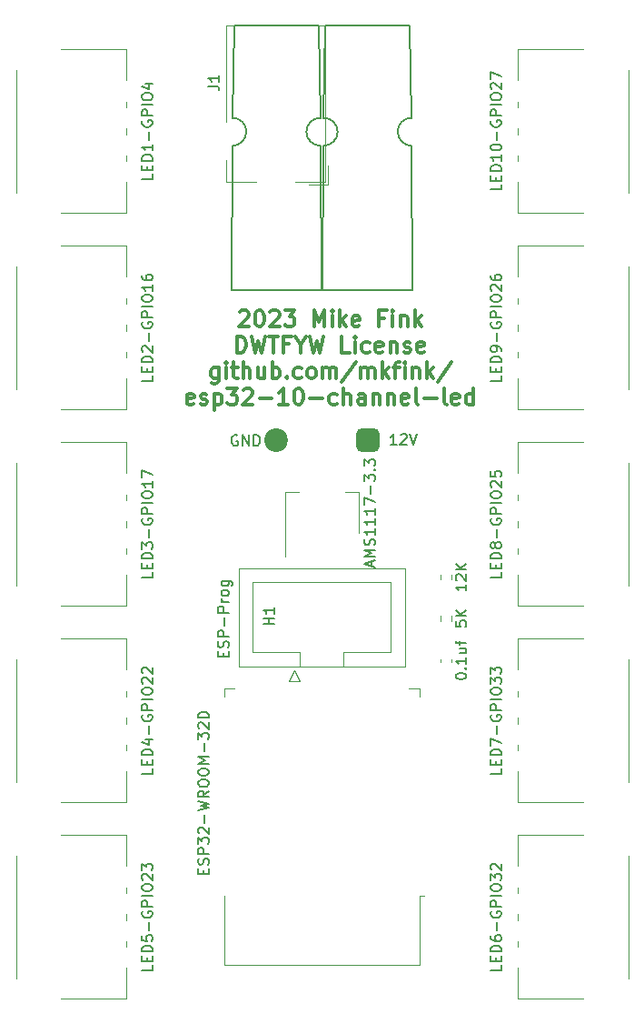
<source format=gbr>
%TF.GenerationSoftware,KiCad,Pcbnew,(6.0.6)*%
%TF.CreationDate,2023-01-23T13:41:07-05:00*%
%TF.ProjectId,esp32-wled,65737033-322d-4776-9c65-642e6b696361,rev?*%
%TF.SameCoordinates,Original*%
%TF.FileFunction,Legend,Top*%
%TF.FilePolarity,Positive*%
%FSLAX46Y46*%
G04 Gerber Fmt 4.6, Leading zero omitted, Abs format (unit mm)*
G04 Created by KiCad (PCBNEW (6.0.6)) date 2023-01-23 13:41:07*
%MOMM*%
%LPD*%
G01*
G04 APERTURE LIST*
G04 Aperture macros list*
%AMRoundRect*
0 Rectangle with rounded corners*
0 $1 Rounding radius*
0 $2 $3 $4 $5 $6 $7 $8 $9 X,Y pos of 4 corners*
0 Add a 4 corners polygon primitive as box body*
4,1,4,$2,$3,$4,$5,$6,$7,$8,$9,$2,$3,0*
0 Add four circle primitives for the rounded corners*
1,1,$1+$1,$2,$3*
1,1,$1+$1,$4,$5*
1,1,$1+$1,$6,$7*
1,1,$1+$1,$8,$9*
0 Add four rect primitives between the rounded corners*
20,1,$1+$1,$2,$3,$4,$5,0*
20,1,$1+$1,$4,$5,$6,$7,0*
20,1,$1+$1,$6,$7,$8,$9,0*
20,1,$1+$1,$8,$9,$2,$3,0*%
G04 Aperture macros list end*
%ADD10C,0.300000*%
%ADD11C,0.150000*%
%ADD12C,0.120000*%
%ADD13RoundRect,0.550000X0.550000X0.550000X-0.550000X0.550000X-0.550000X-0.550000X0.550000X-0.550000X0*%
%ADD14C,2.200000*%
G04 APERTURE END LIST*
D10*
X125368314Y-78041928D02*
X125439742Y-77970500D01*
X125582600Y-77899071D01*
X125939742Y-77899071D01*
X126082600Y-77970500D01*
X126154028Y-78041928D01*
X126225457Y-78184785D01*
X126225457Y-78327642D01*
X126154028Y-78541928D01*
X125296885Y-79399071D01*
X126225457Y-79399071D01*
X127154028Y-77899071D02*
X127296885Y-77899071D01*
X127439742Y-77970500D01*
X127511171Y-78041928D01*
X127582600Y-78184785D01*
X127654028Y-78470500D01*
X127654028Y-78827642D01*
X127582600Y-79113357D01*
X127511171Y-79256214D01*
X127439742Y-79327642D01*
X127296885Y-79399071D01*
X127154028Y-79399071D01*
X127011171Y-79327642D01*
X126939742Y-79256214D01*
X126868314Y-79113357D01*
X126796885Y-78827642D01*
X126796885Y-78470500D01*
X126868314Y-78184785D01*
X126939742Y-78041928D01*
X127011171Y-77970500D01*
X127154028Y-77899071D01*
X128225457Y-78041928D02*
X128296885Y-77970500D01*
X128439742Y-77899071D01*
X128796885Y-77899071D01*
X128939742Y-77970500D01*
X129011171Y-78041928D01*
X129082600Y-78184785D01*
X129082600Y-78327642D01*
X129011171Y-78541928D01*
X128154028Y-79399071D01*
X129082600Y-79399071D01*
X129582600Y-77899071D02*
X130511171Y-77899071D01*
X130011171Y-78470500D01*
X130225457Y-78470500D01*
X130368314Y-78541928D01*
X130439742Y-78613357D01*
X130511171Y-78756214D01*
X130511171Y-79113357D01*
X130439742Y-79256214D01*
X130368314Y-79327642D01*
X130225457Y-79399071D01*
X129796885Y-79399071D01*
X129654028Y-79327642D01*
X129582600Y-79256214D01*
X132296885Y-79399071D02*
X132296885Y-77899071D01*
X132796885Y-78970500D01*
X133296885Y-77899071D01*
X133296885Y-79399071D01*
X134011171Y-79399071D02*
X134011171Y-78399071D01*
X134011171Y-77899071D02*
X133939742Y-77970500D01*
X134011171Y-78041928D01*
X134082600Y-77970500D01*
X134011171Y-77899071D01*
X134011171Y-78041928D01*
X134725457Y-79399071D02*
X134725457Y-77899071D01*
X134868314Y-78827642D02*
X135296885Y-79399071D01*
X135296885Y-78399071D02*
X134725457Y-78970500D01*
X136511171Y-79327642D02*
X136368314Y-79399071D01*
X136082600Y-79399071D01*
X135939742Y-79327642D01*
X135868314Y-79184785D01*
X135868314Y-78613357D01*
X135939742Y-78470500D01*
X136082600Y-78399071D01*
X136368314Y-78399071D01*
X136511171Y-78470500D01*
X136582600Y-78613357D01*
X136582600Y-78756214D01*
X135868314Y-78899071D01*
X138868314Y-78613357D02*
X138368314Y-78613357D01*
X138368314Y-79399071D02*
X138368314Y-77899071D01*
X139082600Y-77899071D01*
X139654028Y-79399071D02*
X139654028Y-78399071D01*
X139654028Y-77899071D02*
X139582600Y-77970500D01*
X139654028Y-78041928D01*
X139725457Y-77970500D01*
X139654028Y-77899071D01*
X139654028Y-78041928D01*
X140368314Y-78399071D02*
X140368314Y-79399071D01*
X140368314Y-78541928D02*
X140439742Y-78470500D01*
X140582600Y-78399071D01*
X140796885Y-78399071D01*
X140939742Y-78470500D01*
X141011171Y-78613357D01*
X141011171Y-79399071D01*
X141725457Y-79399071D02*
X141725457Y-77899071D01*
X141868314Y-78827642D02*
X142296885Y-79399071D01*
X142296885Y-78399071D02*
X141725457Y-78970500D01*
X125118314Y-81814071D02*
X125118314Y-80314071D01*
X125475457Y-80314071D01*
X125689742Y-80385500D01*
X125832600Y-80528357D01*
X125904028Y-80671214D01*
X125975457Y-80956928D01*
X125975457Y-81171214D01*
X125904028Y-81456928D01*
X125832600Y-81599785D01*
X125689742Y-81742642D01*
X125475457Y-81814071D01*
X125118314Y-81814071D01*
X126475457Y-80314071D02*
X126832600Y-81814071D01*
X127118314Y-80742642D01*
X127404028Y-81814071D01*
X127761171Y-80314071D01*
X128118314Y-80314071D02*
X128975457Y-80314071D01*
X128546885Y-81814071D02*
X128546885Y-80314071D01*
X129975457Y-81028357D02*
X129475457Y-81028357D01*
X129475457Y-81814071D02*
X129475457Y-80314071D01*
X130189742Y-80314071D01*
X131046885Y-81099785D02*
X131046885Y-81814071D01*
X130546885Y-80314071D02*
X131046885Y-81099785D01*
X131546885Y-80314071D01*
X131904028Y-80314071D02*
X132261171Y-81814071D01*
X132546885Y-80742642D01*
X132832600Y-81814071D01*
X133189742Y-80314071D01*
X135618314Y-81814071D02*
X134904028Y-81814071D01*
X134904028Y-80314071D01*
X136118314Y-81814071D02*
X136118314Y-80814071D01*
X136118314Y-80314071D02*
X136046885Y-80385500D01*
X136118314Y-80456928D01*
X136189742Y-80385500D01*
X136118314Y-80314071D01*
X136118314Y-80456928D01*
X137475457Y-81742642D02*
X137332600Y-81814071D01*
X137046885Y-81814071D01*
X136904028Y-81742642D01*
X136832600Y-81671214D01*
X136761171Y-81528357D01*
X136761171Y-81099785D01*
X136832600Y-80956928D01*
X136904028Y-80885500D01*
X137046885Y-80814071D01*
X137332600Y-80814071D01*
X137475457Y-80885500D01*
X138689742Y-81742642D02*
X138546885Y-81814071D01*
X138261171Y-81814071D01*
X138118314Y-81742642D01*
X138046885Y-81599785D01*
X138046885Y-81028357D01*
X138118314Y-80885500D01*
X138261171Y-80814071D01*
X138546885Y-80814071D01*
X138689742Y-80885500D01*
X138761171Y-81028357D01*
X138761171Y-81171214D01*
X138046885Y-81314071D01*
X139404028Y-80814071D02*
X139404028Y-81814071D01*
X139404028Y-80956928D02*
X139475457Y-80885500D01*
X139618314Y-80814071D01*
X139832600Y-80814071D01*
X139975457Y-80885500D01*
X140046885Y-81028357D01*
X140046885Y-81814071D01*
X140689742Y-81742642D02*
X140832600Y-81814071D01*
X141118314Y-81814071D01*
X141261171Y-81742642D01*
X141332600Y-81599785D01*
X141332600Y-81528357D01*
X141261171Y-81385500D01*
X141118314Y-81314071D01*
X140904028Y-81314071D01*
X140761171Y-81242642D01*
X140689742Y-81099785D01*
X140689742Y-81028357D01*
X140761171Y-80885500D01*
X140904028Y-80814071D01*
X141118314Y-80814071D01*
X141261171Y-80885500D01*
X142546885Y-81742642D02*
X142404028Y-81814071D01*
X142118314Y-81814071D01*
X141975457Y-81742642D01*
X141904028Y-81599785D01*
X141904028Y-81028357D01*
X141975457Y-80885500D01*
X142118314Y-80814071D01*
X142404028Y-80814071D01*
X142546885Y-80885500D01*
X142618314Y-81028357D01*
X142618314Y-81171214D01*
X141904028Y-81314071D01*
X123404028Y-83229071D02*
X123404028Y-84443357D01*
X123332600Y-84586214D01*
X123261171Y-84657642D01*
X123118314Y-84729071D01*
X122904028Y-84729071D01*
X122761171Y-84657642D01*
X123404028Y-84157642D02*
X123261171Y-84229071D01*
X122975457Y-84229071D01*
X122832600Y-84157642D01*
X122761171Y-84086214D01*
X122689742Y-83943357D01*
X122689742Y-83514785D01*
X122761171Y-83371928D01*
X122832600Y-83300500D01*
X122975457Y-83229071D01*
X123261171Y-83229071D01*
X123404028Y-83300500D01*
X124118314Y-84229071D02*
X124118314Y-83229071D01*
X124118314Y-82729071D02*
X124046885Y-82800500D01*
X124118314Y-82871928D01*
X124189742Y-82800500D01*
X124118314Y-82729071D01*
X124118314Y-82871928D01*
X124618314Y-83229071D02*
X125189742Y-83229071D01*
X124832600Y-82729071D02*
X124832600Y-84014785D01*
X124904028Y-84157642D01*
X125046885Y-84229071D01*
X125189742Y-84229071D01*
X125689742Y-84229071D02*
X125689742Y-82729071D01*
X126332600Y-84229071D02*
X126332600Y-83443357D01*
X126261171Y-83300500D01*
X126118314Y-83229071D01*
X125904028Y-83229071D01*
X125761171Y-83300500D01*
X125689742Y-83371928D01*
X127689742Y-83229071D02*
X127689742Y-84229071D01*
X127046885Y-83229071D02*
X127046885Y-84014785D01*
X127118314Y-84157642D01*
X127261171Y-84229071D01*
X127475457Y-84229071D01*
X127618314Y-84157642D01*
X127689742Y-84086214D01*
X128404028Y-84229071D02*
X128404028Y-82729071D01*
X128404028Y-83300500D02*
X128546885Y-83229071D01*
X128832600Y-83229071D01*
X128975457Y-83300500D01*
X129046885Y-83371928D01*
X129118314Y-83514785D01*
X129118314Y-83943357D01*
X129046885Y-84086214D01*
X128975457Y-84157642D01*
X128832600Y-84229071D01*
X128546885Y-84229071D01*
X128404028Y-84157642D01*
X129761171Y-84086214D02*
X129832600Y-84157642D01*
X129761171Y-84229071D01*
X129689742Y-84157642D01*
X129761171Y-84086214D01*
X129761171Y-84229071D01*
X131118314Y-84157642D02*
X130975457Y-84229071D01*
X130689742Y-84229071D01*
X130546885Y-84157642D01*
X130475457Y-84086214D01*
X130404028Y-83943357D01*
X130404028Y-83514785D01*
X130475457Y-83371928D01*
X130546885Y-83300500D01*
X130689742Y-83229071D01*
X130975457Y-83229071D01*
X131118314Y-83300500D01*
X131975457Y-84229071D02*
X131832600Y-84157642D01*
X131761171Y-84086214D01*
X131689742Y-83943357D01*
X131689742Y-83514785D01*
X131761171Y-83371928D01*
X131832600Y-83300500D01*
X131975457Y-83229071D01*
X132189742Y-83229071D01*
X132332600Y-83300500D01*
X132404028Y-83371928D01*
X132475457Y-83514785D01*
X132475457Y-83943357D01*
X132404028Y-84086214D01*
X132332600Y-84157642D01*
X132189742Y-84229071D01*
X131975457Y-84229071D01*
X133118314Y-84229071D02*
X133118314Y-83229071D01*
X133118314Y-83371928D02*
X133189742Y-83300500D01*
X133332600Y-83229071D01*
X133546885Y-83229071D01*
X133689742Y-83300500D01*
X133761171Y-83443357D01*
X133761171Y-84229071D01*
X133761171Y-83443357D02*
X133832600Y-83300500D01*
X133975457Y-83229071D01*
X134189742Y-83229071D01*
X134332600Y-83300500D01*
X134404028Y-83443357D01*
X134404028Y-84229071D01*
X136189742Y-82657642D02*
X134904028Y-84586214D01*
X136689742Y-84229071D02*
X136689742Y-83229071D01*
X136689742Y-83371928D02*
X136761171Y-83300500D01*
X136904028Y-83229071D01*
X137118314Y-83229071D01*
X137261171Y-83300500D01*
X137332600Y-83443357D01*
X137332600Y-84229071D01*
X137332600Y-83443357D02*
X137404028Y-83300500D01*
X137546885Y-83229071D01*
X137761171Y-83229071D01*
X137904028Y-83300500D01*
X137975457Y-83443357D01*
X137975457Y-84229071D01*
X138689742Y-84229071D02*
X138689742Y-82729071D01*
X138832600Y-83657642D02*
X139261171Y-84229071D01*
X139261171Y-83229071D02*
X138689742Y-83800500D01*
X139689742Y-83229071D02*
X140261171Y-83229071D01*
X139904028Y-84229071D02*
X139904028Y-82943357D01*
X139975457Y-82800500D01*
X140118314Y-82729071D01*
X140261171Y-82729071D01*
X140761171Y-84229071D02*
X140761171Y-83229071D01*
X140761171Y-82729071D02*
X140689742Y-82800500D01*
X140761171Y-82871928D01*
X140832600Y-82800500D01*
X140761171Y-82729071D01*
X140761171Y-82871928D01*
X141475457Y-83229071D02*
X141475457Y-84229071D01*
X141475457Y-83371928D02*
X141546885Y-83300500D01*
X141689742Y-83229071D01*
X141904028Y-83229071D01*
X142046885Y-83300500D01*
X142118314Y-83443357D01*
X142118314Y-84229071D01*
X142832600Y-84229071D02*
X142832600Y-82729071D01*
X142975457Y-83657642D02*
X143404028Y-84229071D01*
X143404028Y-83229071D02*
X142832600Y-83800500D01*
X145118314Y-82657642D02*
X143832600Y-84586214D01*
X121082600Y-86572642D02*
X120939742Y-86644071D01*
X120654028Y-86644071D01*
X120511171Y-86572642D01*
X120439742Y-86429785D01*
X120439742Y-85858357D01*
X120511171Y-85715500D01*
X120654028Y-85644071D01*
X120939742Y-85644071D01*
X121082600Y-85715500D01*
X121154028Y-85858357D01*
X121154028Y-86001214D01*
X120439742Y-86144071D01*
X121725457Y-86572642D02*
X121868314Y-86644071D01*
X122154028Y-86644071D01*
X122296885Y-86572642D01*
X122368314Y-86429785D01*
X122368314Y-86358357D01*
X122296885Y-86215500D01*
X122154028Y-86144071D01*
X121939742Y-86144071D01*
X121796885Y-86072642D01*
X121725457Y-85929785D01*
X121725457Y-85858357D01*
X121796885Y-85715500D01*
X121939742Y-85644071D01*
X122154028Y-85644071D01*
X122296885Y-85715500D01*
X123011171Y-85644071D02*
X123011171Y-87144071D01*
X123011171Y-85715500D02*
X123154028Y-85644071D01*
X123439742Y-85644071D01*
X123582600Y-85715500D01*
X123654028Y-85786928D01*
X123725457Y-85929785D01*
X123725457Y-86358357D01*
X123654028Y-86501214D01*
X123582600Y-86572642D01*
X123439742Y-86644071D01*
X123154028Y-86644071D01*
X123011171Y-86572642D01*
X124225457Y-85144071D02*
X125154028Y-85144071D01*
X124654028Y-85715500D01*
X124868314Y-85715500D01*
X125011171Y-85786928D01*
X125082600Y-85858357D01*
X125154028Y-86001214D01*
X125154028Y-86358357D01*
X125082600Y-86501214D01*
X125011171Y-86572642D01*
X124868314Y-86644071D01*
X124439742Y-86644071D01*
X124296885Y-86572642D01*
X124225457Y-86501214D01*
X125725457Y-85286928D02*
X125796885Y-85215500D01*
X125939742Y-85144071D01*
X126296885Y-85144071D01*
X126439742Y-85215500D01*
X126511171Y-85286928D01*
X126582600Y-85429785D01*
X126582600Y-85572642D01*
X126511171Y-85786928D01*
X125654028Y-86644071D01*
X126582600Y-86644071D01*
X127225457Y-86072642D02*
X128368314Y-86072642D01*
X129868314Y-86644071D02*
X129011171Y-86644071D01*
X129439742Y-86644071D02*
X129439742Y-85144071D01*
X129296885Y-85358357D01*
X129154028Y-85501214D01*
X129011171Y-85572642D01*
X130796885Y-85144071D02*
X130939742Y-85144071D01*
X131082600Y-85215500D01*
X131154028Y-85286928D01*
X131225457Y-85429785D01*
X131296885Y-85715500D01*
X131296885Y-86072642D01*
X131225457Y-86358357D01*
X131154028Y-86501214D01*
X131082600Y-86572642D01*
X130939742Y-86644071D01*
X130796885Y-86644071D01*
X130654028Y-86572642D01*
X130582600Y-86501214D01*
X130511171Y-86358357D01*
X130439742Y-86072642D01*
X130439742Y-85715500D01*
X130511171Y-85429785D01*
X130582600Y-85286928D01*
X130654028Y-85215500D01*
X130796885Y-85144071D01*
X131939742Y-86072642D02*
X133082600Y-86072642D01*
X134439742Y-86572642D02*
X134296885Y-86644071D01*
X134011171Y-86644071D01*
X133868314Y-86572642D01*
X133796885Y-86501214D01*
X133725457Y-86358357D01*
X133725457Y-85929785D01*
X133796885Y-85786928D01*
X133868314Y-85715500D01*
X134011171Y-85644071D01*
X134296885Y-85644071D01*
X134439742Y-85715500D01*
X135082600Y-86644071D02*
X135082600Y-85144071D01*
X135725457Y-86644071D02*
X135725457Y-85858357D01*
X135654028Y-85715500D01*
X135511171Y-85644071D01*
X135296885Y-85644071D01*
X135154028Y-85715500D01*
X135082600Y-85786928D01*
X137082600Y-86644071D02*
X137082600Y-85858357D01*
X137011171Y-85715500D01*
X136868314Y-85644071D01*
X136582600Y-85644071D01*
X136439742Y-85715500D01*
X137082600Y-86572642D02*
X136939742Y-86644071D01*
X136582600Y-86644071D01*
X136439742Y-86572642D01*
X136368314Y-86429785D01*
X136368314Y-86286928D01*
X136439742Y-86144071D01*
X136582600Y-86072642D01*
X136939742Y-86072642D01*
X137082600Y-86001214D01*
X137796885Y-85644071D02*
X137796885Y-86644071D01*
X137796885Y-85786928D02*
X137868314Y-85715500D01*
X138011171Y-85644071D01*
X138225457Y-85644071D01*
X138368314Y-85715500D01*
X138439742Y-85858357D01*
X138439742Y-86644071D01*
X139154028Y-85644071D02*
X139154028Y-86644071D01*
X139154028Y-85786928D02*
X139225457Y-85715500D01*
X139368314Y-85644071D01*
X139582600Y-85644071D01*
X139725457Y-85715500D01*
X139796885Y-85858357D01*
X139796885Y-86644071D01*
X141082600Y-86572642D02*
X140939742Y-86644071D01*
X140654028Y-86644071D01*
X140511171Y-86572642D01*
X140439742Y-86429785D01*
X140439742Y-85858357D01*
X140511171Y-85715500D01*
X140654028Y-85644071D01*
X140939742Y-85644071D01*
X141082600Y-85715500D01*
X141154028Y-85858357D01*
X141154028Y-86001214D01*
X140439742Y-86144071D01*
X142011171Y-86644071D02*
X141868314Y-86572642D01*
X141796885Y-86429785D01*
X141796885Y-85144071D01*
X142582600Y-86072642D02*
X143725457Y-86072642D01*
X144654028Y-86644071D02*
X144511171Y-86572642D01*
X144439742Y-86429785D01*
X144439742Y-85144071D01*
X145796885Y-86572642D02*
X145654028Y-86644071D01*
X145368314Y-86644071D01*
X145225457Y-86572642D01*
X145154028Y-86429785D01*
X145154028Y-85858357D01*
X145225457Y-85715500D01*
X145368314Y-85644071D01*
X145654028Y-85644071D01*
X145796885Y-85715500D01*
X145868314Y-85858357D01*
X145868314Y-86001214D01*
X145154028Y-86144071D01*
X147154028Y-86644071D02*
X147154028Y-85144071D01*
X147154028Y-86572642D02*
X147011171Y-86644071D01*
X146725457Y-86644071D01*
X146582600Y-86572642D01*
X146511171Y-86501214D01*
X146439742Y-86358357D01*
X146439742Y-85929785D01*
X146511171Y-85786928D01*
X146582600Y-85715500D01*
X146725457Y-85644071D01*
X147011171Y-85644071D01*
X147154028Y-85715500D01*
D11*
%TO.C,12V*%
X139995352Y-90393780D02*
X139423923Y-90393780D01*
X139709638Y-90393780D02*
X139709638Y-89393780D01*
X139614400Y-89536638D01*
X139519161Y-89631876D01*
X139423923Y-89679495D01*
X140376304Y-89489019D02*
X140423923Y-89441400D01*
X140519161Y-89393780D01*
X140757257Y-89393780D01*
X140852495Y-89441400D01*
X140900114Y-89489019D01*
X140947733Y-89584257D01*
X140947733Y-89679495D01*
X140900114Y-89822352D01*
X140328685Y-90393780D01*
X140947733Y-90393780D01*
X141233447Y-89393780D02*
X141566780Y-90393780D01*
X141900114Y-89393780D01*
%TO.C,LED10-GPIO27*%
X149764292Y-66142571D02*
X149764292Y-66618761D01*
X148764292Y-66618761D01*
X149240483Y-65809238D02*
X149240483Y-65475904D01*
X149764292Y-65333047D02*
X149764292Y-65809238D01*
X148764292Y-65809238D01*
X148764292Y-65333047D01*
X149764292Y-64904476D02*
X148764292Y-64904476D01*
X148764292Y-64666380D01*
X148811912Y-64523523D01*
X148907150Y-64428285D01*
X149002388Y-64380666D01*
X149192864Y-64333047D01*
X149335721Y-64333047D01*
X149526197Y-64380666D01*
X149621435Y-64428285D01*
X149716673Y-64523523D01*
X149764292Y-64666380D01*
X149764292Y-64904476D01*
X149764292Y-63380666D02*
X149764292Y-63952095D01*
X149764292Y-63666380D02*
X148764292Y-63666380D01*
X148907150Y-63761619D01*
X149002388Y-63856857D01*
X149050007Y-63952095D01*
X148764292Y-62761619D02*
X148764292Y-62666380D01*
X148811912Y-62571142D01*
X148859531Y-62523523D01*
X148954769Y-62475904D01*
X149145245Y-62428285D01*
X149383340Y-62428285D01*
X149573816Y-62475904D01*
X149669054Y-62523523D01*
X149716673Y-62571142D01*
X149764292Y-62666380D01*
X149764292Y-62761619D01*
X149716673Y-62856857D01*
X149669054Y-62904476D01*
X149573816Y-62952095D01*
X149383340Y-62999714D01*
X149145245Y-62999714D01*
X148954769Y-62952095D01*
X148859531Y-62904476D01*
X148811912Y-62856857D01*
X148764292Y-62761619D01*
X149383340Y-61999714D02*
X149383340Y-61237809D01*
X148811912Y-60237809D02*
X148764292Y-60333047D01*
X148764292Y-60475904D01*
X148811912Y-60618761D01*
X148907150Y-60714000D01*
X149002388Y-60761619D01*
X149192864Y-60809238D01*
X149335721Y-60809238D01*
X149526197Y-60761619D01*
X149621435Y-60714000D01*
X149716673Y-60618761D01*
X149764292Y-60475904D01*
X149764292Y-60380666D01*
X149716673Y-60237809D01*
X149669054Y-60190190D01*
X149335721Y-60190190D01*
X149335721Y-60380666D01*
X149764292Y-59761619D02*
X148764292Y-59761619D01*
X148764292Y-59380666D01*
X148811912Y-59285428D01*
X148859531Y-59237809D01*
X148954769Y-59190190D01*
X149097626Y-59190190D01*
X149192864Y-59237809D01*
X149240483Y-59285428D01*
X149288102Y-59380666D01*
X149288102Y-59761619D01*
X149764292Y-58761619D02*
X148764292Y-58761619D01*
X148764292Y-58094952D02*
X148764292Y-57904476D01*
X148811912Y-57809238D01*
X148907150Y-57714000D01*
X149097626Y-57666380D01*
X149430959Y-57666380D01*
X149621435Y-57714000D01*
X149716673Y-57809238D01*
X149764292Y-57904476D01*
X149764292Y-58094952D01*
X149716673Y-58190190D01*
X149621435Y-58285428D01*
X149430959Y-58333047D01*
X149097626Y-58333047D01*
X148907150Y-58285428D01*
X148811912Y-58190190D01*
X148764292Y-58094952D01*
X148859531Y-57285428D02*
X148811912Y-57237809D01*
X148764292Y-57142571D01*
X148764292Y-56904476D01*
X148811912Y-56809238D01*
X148859531Y-56761619D01*
X148954769Y-56714000D01*
X149050007Y-56714000D01*
X149192864Y-56761619D01*
X149764292Y-57333047D01*
X149764292Y-56714000D01*
X148764292Y-56380666D02*
X148764292Y-55714000D01*
X149764292Y-56142571D01*
%TO.C,R1*%
X146509980Y-103408076D02*
X146509980Y-103979504D01*
X146509980Y-103693790D02*
X145509980Y-103693790D01*
X145652838Y-103789028D01*
X145748076Y-103884266D01*
X145795695Y-103979504D01*
X145605219Y-103027123D02*
X145557600Y-102979504D01*
X145509980Y-102884266D01*
X145509980Y-102646171D01*
X145557600Y-102550933D01*
X145605219Y-102503314D01*
X145700457Y-102455695D01*
X145795695Y-102455695D01*
X145938552Y-102503314D01*
X146509980Y-103074742D01*
X146509980Y-102455695D01*
X146509980Y-102027123D02*
X145509980Y-102027123D01*
X146509980Y-101455695D02*
X145938552Y-101884266D01*
X145509980Y-101455695D02*
X146081409Y-102027123D01*
%TO.C, *%
%TO.C,LED1-GPIO4*%
X117262868Y-65190190D02*
X117262868Y-65666380D01*
X116262868Y-65666380D01*
X116739059Y-64856857D02*
X116739059Y-64523523D01*
X117262868Y-64380666D02*
X117262868Y-64856857D01*
X116262868Y-64856857D01*
X116262868Y-64380666D01*
X117262868Y-63952095D02*
X116262868Y-63952095D01*
X116262868Y-63714000D01*
X116310488Y-63571142D01*
X116405726Y-63475904D01*
X116500964Y-63428285D01*
X116691440Y-63380666D01*
X116834297Y-63380666D01*
X117024773Y-63428285D01*
X117120011Y-63475904D01*
X117215249Y-63571142D01*
X117262868Y-63714000D01*
X117262868Y-63952095D01*
X117262868Y-62428285D02*
X117262868Y-62999714D01*
X117262868Y-62714000D02*
X116262868Y-62714000D01*
X116405726Y-62809238D01*
X116500964Y-62904476D01*
X116548583Y-62999714D01*
X116881916Y-61999714D02*
X116881916Y-61237809D01*
X116310488Y-60237809D02*
X116262868Y-60333047D01*
X116262868Y-60475904D01*
X116310488Y-60618761D01*
X116405726Y-60714000D01*
X116500964Y-60761619D01*
X116691440Y-60809238D01*
X116834297Y-60809238D01*
X117024773Y-60761619D01*
X117120011Y-60714000D01*
X117215249Y-60618761D01*
X117262868Y-60475904D01*
X117262868Y-60380666D01*
X117215249Y-60237809D01*
X117167630Y-60190190D01*
X116834297Y-60190190D01*
X116834297Y-60380666D01*
X117262868Y-59761619D02*
X116262868Y-59761619D01*
X116262868Y-59380666D01*
X116310488Y-59285428D01*
X116358107Y-59237809D01*
X116453345Y-59190190D01*
X116596202Y-59190190D01*
X116691440Y-59237809D01*
X116739059Y-59285428D01*
X116786678Y-59380666D01*
X116786678Y-59761619D01*
X117262868Y-58761619D02*
X116262868Y-58761619D01*
X116262868Y-58094952D02*
X116262868Y-57904476D01*
X116310488Y-57809238D01*
X116405726Y-57714000D01*
X116596202Y-57666380D01*
X116929535Y-57666380D01*
X117120011Y-57714000D01*
X117215249Y-57809238D01*
X117262868Y-57904476D01*
X117262868Y-58094952D01*
X117215249Y-58190190D01*
X117120011Y-58285428D01*
X116929535Y-58333047D01*
X116596202Y-58333047D01*
X116405726Y-58285428D01*
X116310488Y-58190190D01*
X116262868Y-58094952D01*
X116596202Y-56809238D02*
X117262868Y-56809238D01*
X116215249Y-57047333D02*
X116929535Y-57285428D01*
X116929535Y-56666380D01*
%TO.C,LED3-GPIO17*%
X117262868Y-102242380D02*
X117262868Y-102718571D01*
X116262868Y-102718571D01*
X116739059Y-101909047D02*
X116739059Y-101575714D01*
X117262868Y-101432857D02*
X117262868Y-101909047D01*
X116262868Y-101909047D01*
X116262868Y-101432857D01*
X117262868Y-101004285D02*
X116262868Y-101004285D01*
X116262868Y-100766190D01*
X116310488Y-100623333D01*
X116405726Y-100528095D01*
X116500964Y-100480476D01*
X116691440Y-100432857D01*
X116834297Y-100432857D01*
X117024773Y-100480476D01*
X117120011Y-100528095D01*
X117215249Y-100623333D01*
X117262868Y-100766190D01*
X117262868Y-101004285D01*
X116262868Y-100099523D02*
X116262868Y-99480476D01*
X116643821Y-99813809D01*
X116643821Y-99670952D01*
X116691440Y-99575714D01*
X116739059Y-99528095D01*
X116834297Y-99480476D01*
X117072392Y-99480476D01*
X117167630Y-99528095D01*
X117215249Y-99575714D01*
X117262868Y-99670952D01*
X117262868Y-99956666D01*
X117215249Y-100051904D01*
X117167630Y-100099523D01*
X116881916Y-99051904D02*
X116881916Y-98290000D01*
X116310488Y-97290000D02*
X116262868Y-97385238D01*
X116262868Y-97528095D01*
X116310488Y-97670952D01*
X116405726Y-97766190D01*
X116500964Y-97813809D01*
X116691440Y-97861428D01*
X116834297Y-97861428D01*
X117024773Y-97813809D01*
X117120011Y-97766190D01*
X117215249Y-97670952D01*
X117262868Y-97528095D01*
X117262868Y-97432857D01*
X117215249Y-97290000D01*
X117167630Y-97242380D01*
X116834297Y-97242380D01*
X116834297Y-97432857D01*
X117262868Y-96813809D02*
X116262868Y-96813809D01*
X116262868Y-96432857D01*
X116310488Y-96337619D01*
X116358107Y-96290000D01*
X116453345Y-96242380D01*
X116596202Y-96242380D01*
X116691440Y-96290000D01*
X116739059Y-96337619D01*
X116786678Y-96432857D01*
X116786678Y-96813809D01*
X117262868Y-95813809D02*
X116262868Y-95813809D01*
X116262868Y-95147142D02*
X116262868Y-94956666D01*
X116310488Y-94861428D01*
X116405726Y-94766190D01*
X116596202Y-94718571D01*
X116929535Y-94718571D01*
X117120011Y-94766190D01*
X117215249Y-94861428D01*
X117262868Y-94956666D01*
X117262868Y-95147142D01*
X117215249Y-95242380D01*
X117120011Y-95337619D01*
X116929535Y-95385238D01*
X116596202Y-95385238D01*
X116405726Y-95337619D01*
X116310488Y-95242380D01*
X116262868Y-95147142D01*
X117262868Y-93766190D02*
X117262868Y-94337619D01*
X117262868Y-94051904D02*
X116262868Y-94051904D01*
X116405726Y-94147142D01*
X116500964Y-94242380D01*
X116548583Y-94337619D01*
X116262868Y-93432857D02*
X116262868Y-92766190D01*
X117262868Y-93194761D01*
%TO.C,H1*%
X128595380Y-107111704D02*
X127595380Y-107111704D01*
X128071571Y-107111704D02*
X128071571Y-106540276D01*
X128595380Y-106540276D02*
X127595380Y-106540276D01*
X128595380Y-105540276D02*
X128595380Y-106111704D01*
X128595380Y-105825990D02*
X127595380Y-105825990D01*
X127738238Y-105921228D01*
X127833476Y-106016466D01*
X127881095Y-106111704D01*
X123822971Y-110127609D02*
X123822971Y-109794276D01*
X124346780Y-109651419D02*
X124346780Y-110127609D01*
X123346780Y-110127609D01*
X123346780Y-109651419D01*
X124299161Y-109270466D02*
X124346780Y-109127609D01*
X124346780Y-108889514D01*
X124299161Y-108794276D01*
X124251542Y-108746657D01*
X124156304Y-108699038D01*
X124061066Y-108699038D01*
X123965828Y-108746657D01*
X123918209Y-108794276D01*
X123870590Y-108889514D01*
X123822971Y-109079990D01*
X123775352Y-109175228D01*
X123727733Y-109222847D01*
X123632495Y-109270466D01*
X123537257Y-109270466D01*
X123442019Y-109222847D01*
X123394400Y-109175228D01*
X123346780Y-109079990D01*
X123346780Y-108841895D01*
X123394400Y-108699038D01*
X124346780Y-108270466D02*
X123346780Y-108270466D01*
X123346780Y-107889514D01*
X123394400Y-107794276D01*
X123442019Y-107746657D01*
X123537257Y-107699038D01*
X123680114Y-107699038D01*
X123775352Y-107746657D01*
X123822971Y-107794276D01*
X123870590Y-107889514D01*
X123870590Y-108270466D01*
X123965828Y-107270466D02*
X123965828Y-106508561D01*
X124346780Y-106032371D02*
X123346780Y-106032371D01*
X123346780Y-105651419D01*
X123394400Y-105556180D01*
X123442019Y-105508561D01*
X123537257Y-105460942D01*
X123680114Y-105460942D01*
X123775352Y-105508561D01*
X123822971Y-105556180D01*
X123870590Y-105651419D01*
X123870590Y-106032371D01*
X124346780Y-105032371D02*
X123680114Y-105032371D01*
X123870590Y-105032371D02*
X123775352Y-104984752D01*
X123727733Y-104937133D01*
X123680114Y-104841895D01*
X123680114Y-104746657D01*
X124346780Y-104270466D02*
X124299161Y-104365704D01*
X124251542Y-104413323D01*
X124156304Y-104460942D01*
X123870590Y-104460942D01*
X123775352Y-104413323D01*
X123727733Y-104365704D01*
X123680114Y-104270466D01*
X123680114Y-104127609D01*
X123727733Y-104032371D01*
X123775352Y-103984752D01*
X123870590Y-103937133D01*
X124156304Y-103937133D01*
X124251542Y-103984752D01*
X124299161Y-104032371D01*
X124346780Y-104127609D01*
X124346780Y-104270466D01*
X123680114Y-103079990D02*
X124489638Y-103079990D01*
X124584876Y-103127609D01*
X124632495Y-103175228D01*
X124680114Y-103270466D01*
X124680114Y-103413323D01*
X124632495Y-103508561D01*
X124299161Y-103079990D02*
X124346780Y-103175228D01*
X124346780Y-103365704D01*
X124299161Y-103460942D01*
X124251542Y-103508561D01*
X124156304Y-103556180D01*
X123870590Y-103556180D01*
X123775352Y-103508561D01*
X123727733Y-103460942D01*
X123680114Y-103365704D01*
X123680114Y-103175228D01*
X123727733Y-103079990D01*
%TO.C,LED6-GPIO32*%
X149764292Y-138818380D02*
X149764292Y-139294571D01*
X148764292Y-139294571D01*
X149240483Y-138485047D02*
X149240483Y-138151714D01*
X149764292Y-138008857D02*
X149764292Y-138485047D01*
X148764292Y-138485047D01*
X148764292Y-138008857D01*
X149764292Y-137580285D02*
X148764292Y-137580285D01*
X148764292Y-137342190D01*
X148811912Y-137199333D01*
X148907150Y-137104095D01*
X149002388Y-137056476D01*
X149192864Y-137008857D01*
X149335721Y-137008857D01*
X149526197Y-137056476D01*
X149621435Y-137104095D01*
X149716673Y-137199333D01*
X149764292Y-137342190D01*
X149764292Y-137580285D01*
X148764292Y-136151714D02*
X148764292Y-136342190D01*
X148811912Y-136437428D01*
X148859531Y-136485047D01*
X149002388Y-136580285D01*
X149192864Y-136627904D01*
X149573816Y-136627904D01*
X149669054Y-136580285D01*
X149716673Y-136532666D01*
X149764292Y-136437428D01*
X149764292Y-136246952D01*
X149716673Y-136151714D01*
X149669054Y-136104095D01*
X149573816Y-136056476D01*
X149335721Y-136056476D01*
X149240483Y-136104095D01*
X149192864Y-136151714D01*
X149145245Y-136246952D01*
X149145245Y-136437428D01*
X149192864Y-136532666D01*
X149240483Y-136580285D01*
X149335721Y-136627904D01*
X149383340Y-135627904D02*
X149383340Y-134866000D01*
X148811912Y-133866000D02*
X148764292Y-133961238D01*
X148764292Y-134104095D01*
X148811912Y-134246952D01*
X148907150Y-134342190D01*
X149002388Y-134389809D01*
X149192864Y-134437428D01*
X149335721Y-134437428D01*
X149526197Y-134389809D01*
X149621435Y-134342190D01*
X149716673Y-134246952D01*
X149764292Y-134104095D01*
X149764292Y-134008857D01*
X149716673Y-133866000D01*
X149669054Y-133818380D01*
X149335721Y-133818380D01*
X149335721Y-134008857D01*
X149764292Y-133389809D02*
X148764292Y-133389809D01*
X148764292Y-133008857D01*
X148811912Y-132913619D01*
X148859531Y-132866000D01*
X148954769Y-132818380D01*
X149097626Y-132818380D01*
X149192864Y-132866000D01*
X149240483Y-132913619D01*
X149288102Y-133008857D01*
X149288102Y-133389809D01*
X149764292Y-132389809D02*
X148764292Y-132389809D01*
X148764292Y-131723142D02*
X148764292Y-131532666D01*
X148811912Y-131437428D01*
X148907150Y-131342190D01*
X149097626Y-131294571D01*
X149430959Y-131294571D01*
X149621435Y-131342190D01*
X149716673Y-131437428D01*
X149764292Y-131532666D01*
X149764292Y-131723142D01*
X149716673Y-131818380D01*
X149621435Y-131913619D01*
X149430959Y-131961238D01*
X149097626Y-131961238D01*
X148907150Y-131913619D01*
X148811912Y-131818380D01*
X148764292Y-131723142D01*
X148764292Y-130961238D02*
X148764292Y-130342190D01*
X149145245Y-130675523D01*
X149145245Y-130532666D01*
X149192864Y-130437428D01*
X149240483Y-130389809D01*
X149335721Y-130342190D01*
X149573816Y-130342190D01*
X149669054Y-130389809D01*
X149716673Y-130437428D01*
X149764292Y-130532666D01*
X149764292Y-130818380D01*
X149716673Y-130913619D01*
X149669054Y-130961238D01*
X148859531Y-129961238D02*
X148811912Y-129913619D01*
X148764292Y-129818380D01*
X148764292Y-129580285D01*
X148811912Y-129485047D01*
X148859531Y-129437428D01*
X148954769Y-129389809D01*
X149050007Y-129389809D01*
X149192864Y-129437428D01*
X149764292Y-130008857D01*
X149764292Y-129389809D01*
%TO.C,U2*%
X137705066Y-101748600D02*
X137705066Y-101272409D01*
X137990780Y-101843838D02*
X136990780Y-101510504D01*
X137990780Y-101177171D01*
X137990780Y-100843838D02*
X136990780Y-100843838D01*
X137705066Y-100510504D01*
X136990780Y-100177171D01*
X137990780Y-100177171D01*
X137943161Y-99748600D02*
X137990780Y-99605742D01*
X137990780Y-99367647D01*
X137943161Y-99272409D01*
X137895542Y-99224790D01*
X137800304Y-99177171D01*
X137705066Y-99177171D01*
X137609828Y-99224790D01*
X137562209Y-99272409D01*
X137514590Y-99367647D01*
X137466971Y-99558123D01*
X137419352Y-99653361D01*
X137371733Y-99700980D01*
X137276495Y-99748600D01*
X137181257Y-99748600D01*
X137086019Y-99700980D01*
X137038400Y-99653361D01*
X136990780Y-99558123D01*
X136990780Y-99320028D01*
X137038400Y-99177171D01*
X137990780Y-98224790D02*
X137990780Y-98796219D01*
X137990780Y-98510504D02*
X136990780Y-98510504D01*
X137133638Y-98605742D01*
X137228876Y-98700980D01*
X137276495Y-98796219D01*
X137990780Y-97272409D02*
X137990780Y-97843838D01*
X137990780Y-97558123D02*
X136990780Y-97558123D01*
X137133638Y-97653361D01*
X137228876Y-97748600D01*
X137276495Y-97843838D01*
X137990780Y-96320028D02*
X137990780Y-96891457D01*
X137990780Y-96605742D02*
X136990780Y-96605742D01*
X137133638Y-96700980D01*
X137228876Y-96796219D01*
X137276495Y-96891457D01*
X136990780Y-95986695D02*
X136990780Y-95320028D01*
X137990780Y-95748600D01*
X137609828Y-94939076D02*
X137609828Y-94177171D01*
X136990780Y-93796219D02*
X136990780Y-93177171D01*
X137371733Y-93510504D01*
X137371733Y-93367647D01*
X137419352Y-93272409D01*
X137466971Y-93224790D01*
X137562209Y-93177171D01*
X137800304Y-93177171D01*
X137895542Y-93224790D01*
X137943161Y-93272409D01*
X137990780Y-93367647D01*
X137990780Y-93653361D01*
X137943161Y-93748600D01*
X137895542Y-93796219D01*
X137895542Y-92748600D02*
X137943161Y-92700980D01*
X137990780Y-92748600D01*
X137943161Y-92796219D01*
X137895542Y-92748600D01*
X137990780Y-92748600D01*
X136990780Y-92367647D02*
X136990780Y-91748600D01*
X137371733Y-92081933D01*
X137371733Y-91939076D01*
X137419352Y-91843838D01*
X137466971Y-91796219D01*
X137562209Y-91748600D01*
X137800304Y-91748600D01*
X137895542Y-91796219D01*
X137943161Y-91843838D01*
X137990780Y-91939076D01*
X137990780Y-92224790D01*
X137943161Y-92320028D01*
X137895542Y-92367647D01*
%TO.C, *%
%TO.C,U1*%
X121968771Y-130342209D02*
X121968771Y-130008876D01*
X122492580Y-129866019D02*
X122492580Y-130342209D01*
X121492580Y-130342209D01*
X121492580Y-129866019D01*
X122444961Y-129485066D02*
X122492580Y-129342209D01*
X122492580Y-129104114D01*
X122444961Y-129008876D01*
X122397342Y-128961257D01*
X122302104Y-128913638D01*
X122206866Y-128913638D01*
X122111628Y-128961257D01*
X122064009Y-129008876D01*
X122016390Y-129104114D01*
X121968771Y-129294590D01*
X121921152Y-129389828D01*
X121873533Y-129437447D01*
X121778295Y-129485066D01*
X121683057Y-129485066D01*
X121587819Y-129437447D01*
X121540200Y-129389828D01*
X121492580Y-129294590D01*
X121492580Y-129056495D01*
X121540200Y-128913638D01*
X122492580Y-128485066D02*
X121492580Y-128485066D01*
X121492580Y-128104114D01*
X121540200Y-128008876D01*
X121587819Y-127961257D01*
X121683057Y-127913638D01*
X121825914Y-127913638D01*
X121921152Y-127961257D01*
X121968771Y-128008876D01*
X122016390Y-128104114D01*
X122016390Y-128485066D01*
X121492580Y-127580304D02*
X121492580Y-126961257D01*
X121873533Y-127294590D01*
X121873533Y-127151733D01*
X121921152Y-127056495D01*
X121968771Y-127008876D01*
X122064009Y-126961257D01*
X122302104Y-126961257D01*
X122397342Y-127008876D01*
X122444961Y-127056495D01*
X122492580Y-127151733D01*
X122492580Y-127437447D01*
X122444961Y-127532685D01*
X122397342Y-127580304D01*
X121587819Y-126580304D02*
X121540200Y-126532685D01*
X121492580Y-126437447D01*
X121492580Y-126199352D01*
X121540200Y-126104114D01*
X121587819Y-126056495D01*
X121683057Y-126008876D01*
X121778295Y-126008876D01*
X121921152Y-126056495D01*
X122492580Y-126627923D01*
X122492580Y-126008876D01*
X122111628Y-125580304D02*
X122111628Y-124818400D01*
X121492580Y-124437447D02*
X122492580Y-124199352D01*
X121778295Y-124008876D01*
X122492580Y-123818400D01*
X121492580Y-123580304D01*
X122492580Y-122627923D02*
X122016390Y-122961257D01*
X122492580Y-123199352D02*
X121492580Y-123199352D01*
X121492580Y-122818400D01*
X121540200Y-122723161D01*
X121587819Y-122675542D01*
X121683057Y-122627923D01*
X121825914Y-122627923D01*
X121921152Y-122675542D01*
X121968771Y-122723161D01*
X122016390Y-122818400D01*
X122016390Y-123199352D01*
X121492580Y-122008876D02*
X121492580Y-121818400D01*
X121540200Y-121723161D01*
X121635438Y-121627923D01*
X121825914Y-121580304D01*
X122159247Y-121580304D01*
X122349723Y-121627923D01*
X122444961Y-121723161D01*
X122492580Y-121818400D01*
X122492580Y-122008876D01*
X122444961Y-122104114D01*
X122349723Y-122199352D01*
X122159247Y-122246971D01*
X121825914Y-122246971D01*
X121635438Y-122199352D01*
X121540200Y-122104114D01*
X121492580Y-122008876D01*
X121492580Y-120961257D02*
X121492580Y-120770780D01*
X121540200Y-120675542D01*
X121635438Y-120580304D01*
X121825914Y-120532685D01*
X122159247Y-120532685D01*
X122349723Y-120580304D01*
X122444961Y-120675542D01*
X122492580Y-120770780D01*
X122492580Y-120961257D01*
X122444961Y-121056495D01*
X122349723Y-121151733D01*
X122159247Y-121199352D01*
X121825914Y-121199352D01*
X121635438Y-121151733D01*
X121540200Y-121056495D01*
X121492580Y-120961257D01*
X122492580Y-120104114D02*
X121492580Y-120104114D01*
X122206866Y-119770780D01*
X121492580Y-119437447D01*
X122492580Y-119437447D01*
X122111628Y-118961257D02*
X122111628Y-118199352D01*
X121492580Y-117818400D02*
X121492580Y-117199352D01*
X121873533Y-117532685D01*
X121873533Y-117389828D01*
X121921152Y-117294590D01*
X121968771Y-117246971D01*
X122064009Y-117199352D01*
X122302104Y-117199352D01*
X122397342Y-117246971D01*
X122444961Y-117294590D01*
X122492580Y-117389828D01*
X122492580Y-117675542D01*
X122444961Y-117770780D01*
X122397342Y-117818400D01*
X121587819Y-116818400D02*
X121540200Y-116770780D01*
X121492580Y-116675542D01*
X121492580Y-116437447D01*
X121540200Y-116342209D01*
X121587819Y-116294590D01*
X121683057Y-116246971D01*
X121778295Y-116246971D01*
X121921152Y-116294590D01*
X122492580Y-116866019D01*
X122492580Y-116246971D01*
X122492580Y-115818400D02*
X121492580Y-115818400D01*
X121492580Y-115580304D01*
X121540200Y-115437447D01*
X121635438Y-115342209D01*
X121730676Y-115294590D01*
X121921152Y-115246971D01*
X122064009Y-115246971D01*
X122254485Y-115294590D01*
X122349723Y-115342209D01*
X122444961Y-115437447D01*
X122492580Y-115580304D01*
X122492580Y-115818400D01*
%TO.C,R2*%
X145509980Y-106814904D02*
X145509980Y-107291095D01*
X145986171Y-107338714D01*
X145938552Y-107291095D01*
X145890933Y-107195857D01*
X145890933Y-106957761D01*
X145938552Y-106862523D01*
X145986171Y-106814904D01*
X146081409Y-106767285D01*
X146319504Y-106767285D01*
X146414742Y-106814904D01*
X146462361Y-106862523D01*
X146509980Y-106957761D01*
X146509980Y-107195857D01*
X146462361Y-107291095D01*
X146414742Y-107338714D01*
X146509980Y-106338714D02*
X145509980Y-106338714D01*
X146509980Y-105767285D02*
X145938552Y-106195857D01*
X145509980Y-105767285D02*
X146081409Y-106338714D01*
%TO.C,LED2-GPIO16*%
X117262868Y-83954380D02*
X117262868Y-84430571D01*
X116262868Y-84430571D01*
X116739059Y-83621047D02*
X116739059Y-83287714D01*
X117262868Y-83144857D02*
X117262868Y-83621047D01*
X116262868Y-83621047D01*
X116262868Y-83144857D01*
X117262868Y-82716285D02*
X116262868Y-82716285D01*
X116262868Y-82478190D01*
X116310488Y-82335333D01*
X116405726Y-82240095D01*
X116500964Y-82192476D01*
X116691440Y-82144857D01*
X116834297Y-82144857D01*
X117024773Y-82192476D01*
X117120011Y-82240095D01*
X117215249Y-82335333D01*
X117262868Y-82478190D01*
X117262868Y-82716285D01*
X116358107Y-81763904D02*
X116310488Y-81716285D01*
X116262868Y-81621047D01*
X116262868Y-81382952D01*
X116310488Y-81287714D01*
X116358107Y-81240095D01*
X116453345Y-81192476D01*
X116548583Y-81192476D01*
X116691440Y-81240095D01*
X117262868Y-81811523D01*
X117262868Y-81192476D01*
X116881916Y-80763904D02*
X116881916Y-80002000D01*
X116310488Y-79002000D02*
X116262868Y-79097238D01*
X116262868Y-79240095D01*
X116310488Y-79382952D01*
X116405726Y-79478190D01*
X116500964Y-79525809D01*
X116691440Y-79573428D01*
X116834297Y-79573428D01*
X117024773Y-79525809D01*
X117120011Y-79478190D01*
X117215249Y-79382952D01*
X117262868Y-79240095D01*
X117262868Y-79144857D01*
X117215249Y-79002000D01*
X117167630Y-78954380D01*
X116834297Y-78954380D01*
X116834297Y-79144857D01*
X117262868Y-78525809D02*
X116262868Y-78525809D01*
X116262868Y-78144857D01*
X116310488Y-78049619D01*
X116358107Y-78002000D01*
X116453345Y-77954380D01*
X116596202Y-77954380D01*
X116691440Y-78002000D01*
X116739059Y-78049619D01*
X116786678Y-78144857D01*
X116786678Y-78525809D01*
X117262868Y-77525809D02*
X116262868Y-77525809D01*
X116262868Y-76859142D02*
X116262868Y-76668666D01*
X116310488Y-76573428D01*
X116405726Y-76478190D01*
X116596202Y-76430571D01*
X116929535Y-76430571D01*
X117120011Y-76478190D01*
X117215249Y-76573428D01*
X117262868Y-76668666D01*
X117262868Y-76859142D01*
X117215249Y-76954380D01*
X117120011Y-77049619D01*
X116929535Y-77097238D01*
X116596202Y-77097238D01*
X116405726Y-77049619D01*
X116310488Y-76954380D01*
X116262868Y-76859142D01*
X117262868Y-75478190D02*
X117262868Y-76049619D01*
X117262868Y-75763904D02*
X116262868Y-75763904D01*
X116405726Y-75859142D01*
X116500964Y-75954380D01*
X116548583Y-76049619D01*
X116262868Y-74621047D02*
X116262868Y-74811523D01*
X116310488Y-74906761D01*
X116358107Y-74954380D01*
X116500964Y-75049619D01*
X116691440Y-75097238D01*
X117072392Y-75097238D01*
X117167630Y-75049619D01*
X117215249Y-75002000D01*
X117262868Y-74906761D01*
X117262868Y-74716285D01*
X117215249Y-74621047D01*
X117167630Y-74573428D01*
X117072392Y-74525809D01*
X116834297Y-74525809D01*
X116739059Y-74573428D01*
X116691440Y-74621047D01*
X116643821Y-74716285D01*
X116643821Y-74906761D01*
X116691440Y-75002000D01*
X116739059Y-75049619D01*
X116834297Y-75097238D01*
%TO.C,C1*%
X145509980Y-111990000D02*
X145509980Y-111894761D01*
X145557600Y-111799523D01*
X145605219Y-111751904D01*
X145700457Y-111704285D01*
X145890933Y-111656666D01*
X146129028Y-111656666D01*
X146319504Y-111704285D01*
X146414742Y-111751904D01*
X146462361Y-111799523D01*
X146509980Y-111894761D01*
X146509980Y-111990000D01*
X146462361Y-112085238D01*
X146414742Y-112132857D01*
X146319504Y-112180476D01*
X146129028Y-112228095D01*
X145890933Y-112228095D01*
X145700457Y-112180476D01*
X145605219Y-112132857D01*
X145557600Y-112085238D01*
X145509980Y-111990000D01*
X146414742Y-111228095D02*
X146462361Y-111180476D01*
X146509980Y-111228095D01*
X146462361Y-111275714D01*
X146414742Y-111228095D01*
X146509980Y-111228095D01*
X146509980Y-110228095D02*
X146509980Y-110799523D01*
X146509980Y-110513809D02*
X145509980Y-110513809D01*
X145652838Y-110609047D01*
X145748076Y-110704285D01*
X145795695Y-110799523D01*
X145843314Y-109370952D02*
X146509980Y-109370952D01*
X145843314Y-109799523D02*
X146367123Y-109799523D01*
X146462361Y-109751904D01*
X146509980Y-109656666D01*
X146509980Y-109513809D01*
X146462361Y-109418571D01*
X146414742Y-109370952D01*
X145843314Y-109037619D02*
X145843314Y-108656666D01*
X146509980Y-108894761D02*
X145652838Y-108894761D01*
X145557600Y-108847142D01*
X145509980Y-108751904D01*
X145509980Y-108656666D01*
%TO.C,GND*%
X125171295Y-89543000D02*
X125076057Y-89495380D01*
X124933200Y-89495380D01*
X124790342Y-89543000D01*
X124695104Y-89638238D01*
X124647485Y-89733476D01*
X124599866Y-89923952D01*
X124599866Y-90066809D01*
X124647485Y-90257285D01*
X124695104Y-90352523D01*
X124790342Y-90447761D01*
X124933200Y-90495380D01*
X125028438Y-90495380D01*
X125171295Y-90447761D01*
X125218914Y-90400142D01*
X125218914Y-90066809D01*
X125028438Y-90066809D01*
X125647485Y-90495380D02*
X125647485Y-89495380D01*
X126218914Y-90495380D01*
X126218914Y-89495380D01*
X126695104Y-90495380D02*
X126695104Y-89495380D01*
X126933200Y-89495380D01*
X127076057Y-89543000D01*
X127171295Y-89638238D01*
X127218914Y-89733476D01*
X127266533Y-89923952D01*
X127266533Y-90066809D01*
X127218914Y-90257285D01*
X127171295Y-90352523D01*
X127076057Y-90447761D01*
X126933200Y-90495380D01*
X126695104Y-90495380D01*
%TO.C,LED9-GPIO26*%
X149764292Y-83954380D02*
X149764292Y-84430571D01*
X148764292Y-84430571D01*
X149240483Y-83621047D02*
X149240483Y-83287714D01*
X149764292Y-83144857D02*
X149764292Y-83621047D01*
X148764292Y-83621047D01*
X148764292Y-83144857D01*
X149764292Y-82716285D02*
X148764292Y-82716285D01*
X148764292Y-82478190D01*
X148811912Y-82335333D01*
X148907150Y-82240095D01*
X149002388Y-82192476D01*
X149192864Y-82144857D01*
X149335721Y-82144857D01*
X149526197Y-82192476D01*
X149621435Y-82240095D01*
X149716673Y-82335333D01*
X149764292Y-82478190D01*
X149764292Y-82716285D01*
X149764292Y-81668666D02*
X149764292Y-81478190D01*
X149716673Y-81382952D01*
X149669054Y-81335333D01*
X149526197Y-81240095D01*
X149335721Y-81192476D01*
X148954769Y-81192476D01*
X148859531Y-81240095D01*
X148811912Y-81287714D01*
X148764292Y-81382952D01*
X148764292Y-81573428D01*
X148811912Y-81668666D01*
X148859531Y-81716285D01*
X148954769Y-81763904D01*
X149192864Y-81763904D01*
X149288102Y-81716285D01*
X149335721Y-81668666D01*
X149383340Y-81573428D01*
X149383340Y-81382952D01*
X149335721Y-81287714D01*
X149288102Y-81240095D01*
X149192864Y-81192476D01*
X149383340Y-80763904D02*
X149383340Y-80002000D01*
X148811912Y-79002000D02*
X148764292Y-79097238D01*
X148764292Y-79240095D01*
X148811912Y-79382952D01*
X148907150Y-79478190D01*
X149002388Y-79525809D01*
X149192864Y-79573428D01*
X149335721Y-79573428D01*
X149526197Y-79525809D01*
X149621435Y-79478190D01*
X149716673Y-79382952D01*
X149764292Y-79240095D01*
X149764292Y-79144857D01*
X149716673Y-79002000D01*
X149669054Y-78954380D01*
X149335721Y-78954380D01*
X149335721Y-79144857D01*
X149764292Y-78525809D02*
X148764292Y-78525809D01*
X148764292Y-78144857D01*
X148811912Y-78049619D01*
X148859531Y-78002000D01*
X148954769Y-77954380D01*
X149097626Y-77954380D01*
X149192864Y-78002000D01*
X149240483Y-78049619D01*
X149288102Y-78144857D01*
X149288102Y-78525809D01*
X149764292Y-77525809D02*
X148764292Y-77525809D01*
X148764292Y-76859142D02*
X148764292Y-76668666D01*
X148811912Y-76573428D01*
X148907150Y-76478190D01*
X149097626Y-76430571D01*
X149430959Y-76430571D01*
X149621435Y-76478190D01*
X149716673Y-76573428D01*
X149764292Y-76668666D01*
X149764292Y-76859142D01*
X149716673Y-76954380D01*
X149621435Y-77049619D01*
X149430959Y-77097238D01*
X149097626Y-77097238D01*
X148907150Y-77049619D01*
X148811912Y-76954380D01*
X148764292Y-76859142D01*
X148859531Y-76049619D02*
X148811912Y-76002000D01*
X148764292Y-75906761D01*
X148764292Y-75668666D01*
X148811912Y-75573428D01*
X148859531Y-75525809D01*
X148954769Y-75478190D01*
X149050007Y-75478190D01*
X149192864Y-75525809D01*
X149764292Y-76097238D01*
X149764292Y-75478190D01*
X148764292Y-74621047D02*
X148764292Y-74811523D01*
X148811912Y-74906761D01*
X148859531Y-74954380D01*
X149002388Y-75049619D01*
X149192864Y-75097238D01*
X149573816Y-75097238D01*
X149669054Y-75049619D01*
X149716673Y-75002000D01*
X149764292Y-74906761D01*
X149764292Y-74716285D01*
X149716673Y-74621047D01*
X149669054Y-74573428D01*
X149573816Y-74525809D01*
X149335721Y-74525809D01*
X149240483Y-74573428D01*
X149192864Y-74621047D01*
X149145245Y-74716285D01*
X149145245Y-74906761D01*
X149192864Y-75002000D01*
X149240483Y-75049619D01*
X149335721Y-75097238D01*
%TO.C,J1*%
X122454980Y-57008933D02*
X123169266Y-57008933D01*
X123312123Y-57056552D01*
X123407361Y-57151790D01*
X123454980Y-57294647D01*
X123454980Y-57389885D01*
X123454980Y-56008933D02*
X123454980Y-56580361D01*
X123454980Y-56294647D02*
X122454980Y-56294647D01*
X122597838Y-56389885D01*
X122693076Y-56485123D01*
X122740695Y-56580361D01*
%TO.C, *%
%TO.C,LED5-GPIO23*%
X117262868Y-138818380D02*
X117262868Y-139294571D01*
X116262868Y-139294571D01*
X116739059Y-138485047D02*
X116739059Y-138151714D01*
X117262868Y-138008857D02*
X117262868Y-138485047D01*
X116262868Y-138485047D01*
X116262868Y-138008857D01*
X117262868Y-137580285D02*
X116262868Y-137580285D01*
X116262868Y-137342190D01*
X116310488Y-137199333D01*
X116405726Y-137104095D01*
X116500964Y-137056476D01*
X116691440Y-137008857D01*
X116834297Y-137008857D01*
X117024773Y-137056476D01*
X117120011Y-137104095D01*
X117215249Y-137199333D01*
X117262868Y-137342190D01*
X117262868Y-137580285D01*
X116262868Y-136104095D02*
X116262868Y-136580285D01*
X116739059Y-136627904D01*
X116691440Y-136580285D01*
X116643821Y-136485047D01*
X116643821Y-136246952D01*
X116691440Y-136151714D01*
X116739059Y-136104095D01*
X116834297Y-136056476D01*
X117072392Y-136056476D01*
X117167630Y-136104095D01*
X117215249Y-136151714D01*
X117262868Y-136246952D01*
X117262868Y-136485047D01*
X117215249Y-136580285D01*
X117167630Y-136627904D01*
X116881916Y-135627904D02*
X116881916Y-134866000D01*
X116310488Y-133866000D02*
X116262868Y-133961238D01*
X116262868Y-134104095D01*
X116310488Y-134246952D01*
X116405726Y-134342190D01*
X116500964Y-134389809D01*
X116691440Y-134437428D01*
X116834297Y-134437428D01*
X117024773Y-134389809D01*
X117120011Y-134342190D01*
X117215249Y-134246952D01*
X117262868Y-134104095D01*
X117262868Y-134008857D01*
X117215249Y-133866000D01*
X117167630Y-133818380D01*
X116834297Y-133818380D01*
X116834297Y-134008857D01*
X117262868Y-133389809D02*
X116262868Y-133389809D01*
X116262868Y-133008857D01*
X116310488Y-132913619D01*
X116358107Y-132866000D01*
X116453345Y-132818380D01*
X116596202Y-132818380D01*
X116691440Y-132866000D01*
X116739059Y-132913619D01*
X116786678Y-133008857D01*
X116786678Y-133389809D01*
X117262868Y-132389809D02*
X116262868Y-132389809D01*
X116262868Y-131723142D02*
X116262868Y-131532666D01*
X116310488Y-131437428D01*
X116405726Y-131342190D01*
X116596202Y-131294571D01*
X116929535Y-131294571D01*
X117120011Y-131342190D01*
X117215249Y-131437428D01*
X117262868Y-131532666D01*
X117262868Y-131723142D01*
X117215249Y-131818380D01*
X117120011Y-131913619D01*
X116929535Y-131961238D01*
X116596202Y-131961238D01*
X116405726Y-131913619D01*
X116310488Y-131818380D01*
X116262868Y-131723142D01*
X116358107Y-130913619D02*
X116310488Y-130866000D01*
X116262868Y-130770761D01*
X116262868Y-130532666D01*
X116310488Y-130437428D01*
X116358107Y-130389809D01*
X116453345Y-130342190D01*
X116548583Y-130342190D01*
X116691440Y-130389809D01*
X117262868Y-130961238D01*
X117262868Y-130342190D01*
X116262868Y-130008857D02*
X116262868Y-129389809D01*
X116643821Y-129723142D01*
X116643821Y-129580285D01*
X116691440Y-129485047D01*
X116739059Y-129437428D01*
X116834297Y-129389809D01*
X117072392Y-129389809D01*
X117167630Y-129437428D01*
X117215249Y-129485047D01*
X117262868Y-129580285D01*
X117262868Y-129866000D01*
X117215249Y-129961238D01*
X117167630Y-130008857D01*
%TO.C, *%
%TO.C,LED7-GPIO33*%
X149764292Y-120530380D02*
X149764292Y-121006571D01*
X148764292Y-121006571D01*
X149240483Y-120197047D02*
X149240483Y-119863714D01*
X149764292Y-119720857D02*
X149764292Y-120197047D01*
X148764292Y-120197047D01*
X148764292Y-119720857D01*
X149764292Y-119292285D02*
X148764292Y-119292285D01*
X148764292Y-119054190D01*
X148811912Y-118911333D01*
X148907150Y-118816095D01*
X149002388Y-118768476D01*
X149192864Y-118720857D01*
X149335721Y-118720857D01*
X149526197Y-118768476D01*
X149621435Y-118816095D01*
X149716673Y-118911333D01*
X149764292Y-119054190D01*
X149764292Y-119292285D01*
X148764292Y-118387523D02*
X148764292Y-117720857D01*
X149764292Y-118149428D01*
X149383340Y-117339904D02*
X149383340Y-116578000D01*
X148811912Y-115578000D02*
X148764292Y-115673238D01*
X148764292Y-115816095D01*
X148811912Y-115958952D01*
X148907150Y-116054190D01*
X149002388Y-116101809D01*
X149192864Y-116149428D01*
X149335721Y-116149428D01*
X149526197Y-116101809D01*
X149621435Y-116054190D01*
X149716673Y-115958952D01*
X149764292Y-115816095D01*
X149764292Y-115720857D01*
X149716673Y-115578000D01*
X149669054Y-115530380D01*
X149335721Y-115530380D01*
X149335721Y-115720857D01*
X149764292Y-115101809D02*
X148764292Y-115101809D01*
X148764292Y-114720857D01*
X148811912Y-114625619D01*
X148859531Y-114578000D01*
X148954769Y-114530380D01*
X149097626Y-114530380D01*
X149192864Y-114578000D01*
X149240483Y-114625619D01*
X149288102Y-114720857D01*
X149288102Y-115101809D01*
X149764292Y-114101809D02*
X148764292Y-114101809D01*
X148764292Y-113435142D02*
X148764292Y-113244666D01*
X148811912Y-113149428D01*
X148907150Y-113054190D01*
X149097626Y-113006571D01*
X149430959Y-113006571D01*
X149621435Y-113054190D01*
X149716673Y-113149428D01*
X149764292Y-113244666D01*
X149764292Y-113435142D01*
X149716673Y-113530380D01*
X149621435Y-113625619D01*
X149430959Y-113673238D01*
X149097626Y-113673238D01*
X148907150Y-113625619D01*
X148811912Y-113530380D01*
X148764292Y-113435142D01*
X148764292Y-112673238D02*
X148764292Y-112054190D01*
X149145245Y-112387523D01*
X149145245Y-112244666D01*
X149192864Y-112149428D01*
X149240483Y-112101809D01*
X149335721Y-112054190D01*
X149573816Y-112054190D01*
X149669054Y-112101809D01*
X149716673Y-112149428D01*
X149764292Y-112244666D01*
X149764292Y-112530380D01*
X149716673Y-112625619D01*
X149669054Y-112673238D01*
X148764292Y-111720857D02*
X148764292Y-111101809D01*
X149145245Y-111435142D01*
X149145245Y-111292285D01*
X149192864Y-111197047D01*
X149240483Y-111149428D01*
X149335721Y-111101809D01*
X149573816Y-111101809D01*
X149669054Y-111149428D01*
X149716673Y-111197047D01*
X149764292Y-111292285D01*
X149764292Y-111578000D01*
X149716673Y-111673238D01*
X149669054Y-111720857D01*
%TO.C,LED8-GPIO25*%
X149764292Y-102242380D02*
X149764292Y-102718571D01*
X148764292Y-102718571D01*
X149240483Y-101909047D02*
X149240483Y-101575714D01*
X149764292Y-101432857D02*
X149764292Y-101909047D01*
X148764292Y-101909047D01*
X148764292Y-101432857D01*
X149764292Y-101004285D02*
X148764292Y-101004285D01*
X148764292Y-100766190D01*
X148811912Y-100623333D01*
X148907150Y-100528095D01*
X149002388Y-100480476D01*
X149192864Y-100432857D01*
X149335721Y-100432857D01*
X149526197Y-100480476D01*
X149621435Y-100528095D01*
X149716673Y-100623333D01*
X149764292Y-100766190D01*
X149764292Y-101004285D01*
X149192864Y-99861428D02*
X149145245Y-99956666D01*
X149097626Y-100004285D01*
X149002388Y-100051904D01*
X148954769Y-100051904D01*
X148859531Y-100004285D01*
X148811912Y-99956666D01*
X148764292Y-99861428D01*
X148764292Y-99670952D01*
X148811912Y-99575714D01*
X148859531Y-99528095D01*
X148954769Y-99480476D01*
X149002388Y-99480476D01*
X149097626Y-99528095D01*
X149145245Y-99575714D01*
X149192864Y-99670952D01*
X149192864Y-99861428D01*
X149240483Y-99956666D01*
X149288102Y-100004285D01*
X149383340Y-100051904D01*
X149573816Y-100051904D01*
X149669054Y-100004285D01*
X149716673Y-99956666D01*
X149764292Y-99861428D01*
X149764292Y-99670952D01*
X149716673Y-99575714D01*
X149669054Y-99528095D01*
X149573816Y-99480476D01*
X149383340Y-99480476D01*
X149288102Y-99528095D01*
X149240483Y-99575714D01*
X149192864Y-99670952D01*
X149383340Y-99051904D02*
X149383340Y-98290000D01*
X148811912Y-97290000D02*
X148764292Y-97385238D01*
X148764292Y-97528095D01*
X148811912Y-97670952D01*
X148907150Y-97766190D01*
X149002388Y-97813809D01*
X149192864Y-97861428D01*
X149335721Y-97861428D01*
X149526197Y-97813809D01*
X149621435Y-97766190D01*
X149716673Y-97670952D01*
X149764292Y-97528095D01*
X149764292Y-97432857D01*
X149716673Y-97290000D01*
X149669054Y-97242380D01*
X149335721Y-97242380D01*
X149335721Y-97432857D01*
X149764292Y-96813809D02*
X148764292Y-96813809D01*
X148764292Y-96432857D01*
X148811912Y-96337619D01*
X148859531Y-96290000D01*
X148954769Y-96242380D01*
X149097626Y-96242380D01*
X149192864Y-96290000D01*
X149240483Y-96337619D01*
X149288102Y-96432857D01*
X149288102Y-96813809D01*
X149764292Y-95813809D02*
X148764292Y-95813809D01*
X148764292Y-95147142D02*
X148764292Y-94956666D01*
X148811912Y-94861428D01*
X148907150Y-94766190D01*
X149097626Y-94718571D01*
X149430959Y-94718571D01*
X149621435Y-94766190D01*
X149716673Y-94861428D01*
X149764292Y-94956666D01*
X149764292Y-95147142D01*
X149716673Y-95242380D01*
X149621435Y-95337619D01*
X149430959Y-95385238D01*
X149097626Y-95385238D01*
X148907150Y-95337619D01*
X148811912Y-95242380D01*
X148764292Y-95147142D01*
X148859531Y-94337619D02*
X148811912Y-94290000D01*
X148764292Y-94194761D01*
X148764292Y-93956666D01*
X148811912Y-93861428D01*
X148859531Y-93813809D01*
X148954769Y-93766190D01*
X149050007Y-93766190D01*
X149192864Y-93813809D01*
X149764292Y-94385238D01*
X149764292Y-93766190D01*
X148764292Y-92861428D02*
X148764292Y-93337619D01*
X149240483Y-93385238D01*
X149192864Y-93337619D01*
X149145245Y-93242380D01*
X149145245Y-93004285D01*
X149192864Y-92909047D01*
X149240483Y-92861428D01*
X149335721Y-92813809D01*
X149573816Y-92813809D01*
X149669054Y-92861428D01*
X149716673Y-92909047D01*
X149764292Y-93004285D01*
X149764292Y-93242380D01*
X149716673Y-93337619D01*
X149669054Y-93385238D01*
%TO.C, *%
%TO.C,LED4-GPIO22*%
X117262868Y-120530380D02*
X117262868Y-121006571D01*
X116262868Y-121006571D01*
X116739059Y-120197047D02*
X116739059Y-119863714D01*
X117262868Y-119720857D02*
X117262868Y-120197047D01*
X116262868Y-120197047D01*
X116262868Y-119720857D01*
X117262868Y-119292285D02*
X116262868Y-119292285D01*
X116262868Y-119054190D01*
X116310488Y-118911333D01*
X116405726Y-118816095D01*
X116500964Y-118768476D01*
X116691440Y-118720857D01*
X116834297Y-118720857D01*
X117024773Y-118768476D01*
X117120011Y-118816095D01*
X117215249Y-118911333D01*
X117262868Y-119054190D01*
X117262868Y-119292285D01*
X116596202Y-117863714D02*
X117262868Y-117863714D01*
X116215249Y-118101809D02*
X116929535Y-118339904D01*
X116929535Y-117720857D01*
X116881916Y-117339904D02*
X116881916Y-116578000D01*
X116310488Y-115578000D02*
X116262868Y-115673238D01*
X116262868Y-115816095D01*
X116310488Y-115958952D01*
X116405726Y-116054190D01*
X116500964Y-116101809D01*
X116691440Y-116149428D01*
X116834297Y-116149428D01*
X117024773Y-116101809D01*
X117120011Y-116054190D01*
X117215249Y-115958952D01*
X117262868Y-115816095D01*
X117262868Y-115720857D01*
X117215249Y-115578000D01*
X117167630Y-115530380D01*
X116834297Y-115530380D01*
X116834297Y-115720857D01*
X117262868Y-115101809D02*
X116262868Y-115101809D01*
X116262868Y-114720857D01*
X116310488Y-114625619D01*
X116358107Y-114578000D01*
X116453345Y-114530380D01*
X116596202Y-114530380D01*
X116691440Y-114578000D01*
X116739059Y-114625619D01*
X116786678Y-114720857D01*
X116786678Y-115101809D01*
X117262868Y-114101809D02*
X116262868Y-114101809D01*
X116262868Y-113435142D02*
X116262868Y-113244666D01*
X116310488Y-113149428D01*
X116405726Y-113054190D01*
X116596202Y-113006571D01*
X116929535Y-113006571D01*
X117120011Y-113054190D01*
X117215249Y-113149428D01*
X117262868Y-113244666D01*
X117262868Y-113435142D01*
X117215249Y-113530380D01*
X117120011Y-113625619D01*
X116929535Y-113673238D01*
X116596202Y-113673238D01*
X116405726Y-113625619D01*
X116310488Y-113530380D01*
X116262868Y-113435142D01*
X116358107Y-112625619D02*
X116310488Y-112578000D01*
X116262868Y-112482761D01*
X116262868Y-112244666D01*
X116310488Y-112149428D01*
X116358107Y-112101809D01*
X116453345Y-112054190D01*
X116548583Y-112054190D01*
X116691440Y-112101809D01*
X117262868Y-112673238D01*
X117262868Y-112054190D01*
X116358107Y-111673238D02*
X116310488Y-111625619D01*
X116262868Y-111530380D01*
X116262868Y-111292285D01*
X116310488Y-111197047D01*
X116358107Y-111149428D01*
X116453345Y-111101809D01*
X116548583Y-111101809D01*
X116691440Y-111149428D01*
X117262868Y-111720857D01*
X117262868Y-111101809D01*
%TO.C,12V*%
X141505600Y-75961550D02*
X133105600Y-75961550D01*
X133355600Y-51361550D02*
X141255600Y-51361550D01*
X141405600Y-62561550D02*
X141505600Y-75961550D01*
X133205600Y-62561550D02*
X133105600Y-75961550D01*
X141255600Y-51361550D02*
X141405600Y-59961550D01*
X133355600Y-51361550D02*
X133205600Y-59961550D01*
X133205600Y-62561550D02*
G75*
G03*
X134505600Y-61261550I0J1300000D01*
G01*
X141405600Y-59961550D02*
G75*
G03*
X140105600Y-61261550I-1J-1299999D01*
G01*
X140105600Y-61261550D02*
G75*
G03*
X141405600Y-62561550I1299999J-1D01*
G01*
X134505600Y-61261550D02*
G75*
G03*
X133205600Y-59961550I-1300000J0D01*
G01*
D12*
%TO.C,LED10-GPIO27*%
X157423371Y-53581300D02*
X151333200Y-53581300D01*
X151333200Y-60944440D02*
X151333200Y-61483560D01*
X161594800Y-66929559D02*
X161594800Y-55498441D01*
X151333200Y-53581300D02*
X151333200Y-56483560D01*
X151333200Y-65944440D02*
X151333200Y-68846700D01*
X151333200Y-63444440D02*
X151333200Y-63983560D01*
X151333200Y-68846700D02*
X157423371Y-68846700D01*
X151333200Y-58444440D02*
X151333200Y-58983560D01*
%TO.C,R1*%
X144105100Y-102480342D02*
X144105100Y-102954858D01*
X145150100Y-102480342D02*
X145150100Y-102954858D01*
%TO.C,LED1-GPIO4*%
X114789200Y-56483560D02*
X114789200Y-53581300D01*
X114789200Y-63983560D02*
X114789200Y-63444440D01*
X114789200Y-61483560D02*
X114789200Y-60944440D01*
X114789200Y-58983560D02*
X114789200Y-58444440D01*
X114789200Y-68846700D02*
X114789200Y-65944440D01*
X108699029Y-68846700D02*
X114789200Y-68846700D01*
X104527600Y-55498441D02*
X104527600Y-66929559D01*
X114789200Y-53581300D02*
X108699029Y-53581300D01*
%TO.C,LED3-GPIO17*%
X114789200Y-93059560D02*
X114789200Y-90157300D01*
X114789200Y-105422700D02*
X114789200Y-102520440D01*
X108699029Y-105422700D02*
X114789200Y-105422700D01*
X114789200Y-100559560D02*
X114789200Y-100020440D01*
X114789200Y-95559560D02*
X114789200Y-95020440D01*
X104527600Y-92074441D02*
X104527600Y-103505559D01*
X114789200Y-98059560D02*
X114789200Y-97520440D01*
X114789200Y-90157300D02*
X108699029Y-90157300D01*
%TO.C,H1*%
X130493400Y-111417300D02*
X129993400Y-112417300D01*
X125283400Y-101907300D02*
X140783400Y-101907300D01*
X139483400Y-103217300D02*
X139483400Y-109717300D01*
X129993400Y-112417300D02*
X130993400Y-112417300D01*
X130993400Y-112417300D02*
X130493400Y-111417300D01*
X140783400Y-111027300D02*
X125283400Y-111027300D01*
X140783400Y-101907300D02*
X140783400Y-111027300D01*
X125283400Y-111027300D02*
X125283400Y-101907300D01*
X130983400Y-109717300D02*
X126583400Y-109717300D01*
X126583400Y-103217300D02*
X139483400Y-103217300D01*
X139483400Y-109717300D02*
X135083400Y-109717300D01*
X135083400Y-109717300D02*
X135083400Y-109717300D01*
X135083400Y-109717300D02*
X135083400Y-111027300D01*
X126583400Y-109717300D02*
X126583400Y-103217300D01*
X130983400Y-111027300D02*
X130983400Y-109717300D01*
%TO.C,LED6-GPIO32*%
X151333200Y-131596440D02*
X151333200Y-132135560D01*
X151333200Y-136596440D02*
X151333200Y-137135560D01*
X151333200Y-139096440D02*
X151333200Y-141998700D01*
X151333200Y-141998700D02*
X157423371Y-141998700D01*
X157423371Y-126733300D02*
X151333200Y-126733300D01*
X151333200Y-126733300D02*
X151333200Y-129635560D01*
X161594800Y-140081559D02*
X161594800Y-128650441D01*
X151333200Y-134096440D02*
X151333200Y-134635560D01*
%TO.C,U2*%
X129628400Y-94838600D02*
X130888400Y-94838600D01*
X136448400Y-98598600D02*
X136448400Y-94838600D01*
X129628400Y-100848600D02*
X129628400Y-94838600D01*
X136448400Y-94838600D02*
X135188400Y-94838600D01*
%TO.C,U1*%
X142158400Y-132415800D02*
X142538400Y-132415800D01*
X123918400Y-138835800D02*
X123918400Y-132415800D01*
X142158400Y-138835800D02*
X142158400Y-132415800D01*
X123918400Y-113870800D02*
X123918400Y-113090800D01*
X142158400Y-113870800D02*
X142158400Y-113090800D01*
X142158400Y-113090800D02*
X141158400Y-113090800D01*
X123918400Y-113090800D02*
X124918400Y-113090800D01*
X142158400Y-138835800D02*
X123918400Y-138835800D01*
%TO.C,R2*%
X144105100Y-106315742D02*
X144105100Y-106790258D01*
X145150100Y-106315742D02*
X145150100Y-106790258D01*
%TO.C,LED2-GPIO16*%
X114789200Y-77271560D02*
X114789200Y-76732440D01*
X114789200Y-71869300D02*
X108699029Y-71869300D01*
X104527600Y-73786441D02*
X104527600Y-85217559D01*
X114789200Y-74771560D02*
X114789200Y-71869300D01*
X108699029Y-87134700D02*
X114789200Y-87134700D01*
X114789200Y-79771560D02*
X114789200Y-79232440D01*
X114789200Y-82271560D02*
X114789200Y-81732440D01*
X114789200Y-87134700D02*
X114789200Y-84232440D01*
%TO.C,C1*%
X144117600Y-110630580D02*
X144117600Y-110349420D01*
X145137600Y-110630580D02*
X145137600Y-110349420D01*
D11*
%TO.C,GND*%
X132749600Y-51361550D02*
X132899600Y-59961550D01*
X124849600Y-51361550D02*
X132749600Y-51361550D01*
X124699600Y-62561550D02*
X124599600Y-75961550D01*
X132899600Y-62561550D02*
X132999600Y-75961550D01*
X132999600Y-75961550D02*
X124599600Y-75961550D01*
X124849600Y-51361550D02*
X124699600Y-59961550D01*
X131599600Y-61261550D02*
G75*
G03*
X132899600Y-62561550I1299999J-1D01*
G01*
X125999600Y-61261550D02*
G75*
G03*
X124699600Y-59961550I-1300000J0D01*
G01*
X124699600Y-62561550D02*
G75*
G03*
X125999600Y-61261550I0J1300000D01*
G01*
X132899600Y-59961550D02*
G75*
G03*
X131599600Y-61261550I-1J-1299999D01*
G01*
D12*
%TO.C,LED9-GPIO26*%
X151333200Y-79232440D02*
X151333200Y-79771560D01*
X161594800Y-85217559D02*
X161594800Y-73786441D01*
X157423371Y-71869300D02*
X151333200Y-71869300D01*
X151333200Y-71869300D02*
X151333200Y-74771560D01*
X151333200Y-81732440D02*
X151333200Y-82271560D01*
X151333200Y-84232440D02*
X151333200Y-87134700D01*
X151333200Y-87134700D02*
X157423371Y-87134700D01*
X151333200Y-76732440D02*
X151333200Y-77271560D01*
%TO.C,J1*%
X133352600Y-51325600D02*
X133352600Y-65925600D01*
X124152600Y-51325600D02*
X133352600Y-51325600D01*
X133352600Y-65925600D02*
X130552600Y-65925600D01*
X126952600Y-65925600D02*
X124152600Y-65925600D01*
X133592600Y-66165600D02*
X131852600Y-66165600D01*
X133592600Y-64425600D02*
X133592600Y-66165600D01*
X124152600Y-60325600D02*
X124152600Y-51325600D01*
X124152600Y-65925600D02*
X124152600Y-63925600D01*
%TO.C,LED5-GPIO23*%
X108699029Y-141998700D02*
X114789200Y-141998700D01*
X114789200Y-132135560D02*
X114789200Y-131596440D01*
X114789200Y-137135560D02*
X114789200Y-136596440D01*
X114789200Y-129635560D02*
X114789200Y-126733300D01*
X114789200Y-126733300D02*
X108699029Y-126733300D01*
X114789200Y-134635560D02*
X114789200Y-134096440D01*
X104527600Y-128650441D02*
X104527600Y-140081559D01*
X114789200Y-141998700D02*
X114789200Y-139096440D01*
%TO.C,LED7-GPIO33*%
X151333200Y-115808440D02*
X151333200Y-116347560D01*
X161594800Y-121793559D02*
X161594800Y-110362441D01*
X151333200Y-113308440D02*
X151333200Y-113847560D01*
X157423371Y-108445300D02*
X151333200Y-108445300D01*
X151333200Y-108445300D02*
X151333200Y-111347560D01*
X151333200Y-123710700D02*
X157423371Y-123710700D01*
X151333200Y-118308440D02*
X151333200Y-118847560D01*
X151333200Y-120808440D02*
X151333200Y-123710700D01*
%TO.C,LED8-GPIO25*%
X157423371Y-90157300D02*
X151333200Y-90157300D01*
X151333200Y-97520440D02*
X151333200Y-98059560D01*
X161594800Y-103505559D02*
X161594800Y-92074441D01*
X151333200Y-100020440D02*
X151333200Y-100559560D01*
X151333200Y-90157300D02*
X151333200Y-93059560D01*
X151333200Y-102520440D02*
X151333200Y-105422700D01*
X151333200Y-95020440D02*
X151333200Y-95559560D01*
X151333200Y-105422700D02*
X157423371Y-105422700D01*
%TO.C,LED4-GPIO22*%
X114789200Y-108445300D02*
X108699029Y-108445300D01*
X114789200Y-118847560D02*
X114789200Y-118308440D01*
X114789200Y-111347560D02*
X114789200Y-108445300D01*
X114789200Y-116347560D02*
X114789200Y-115808440D01*
X114789200Y-113847560D02*
X114789200Y-113308440D01*
X104527600Y-110362441D02*
X104527600Y-121793559D01*
X114789200Y-123710700D02*
X114789200Y-120808440D01*
X108699029Y-123710700D02*
X114789200Y-123710700D01*
%TD*%
D13*
%TO.C,12V*%
X137305600Y-89961550D03*
%TD*%
D14*
%TO.C,GND*%
X128799600Y-89961550D03*
%TD*%
M02*

</source>
